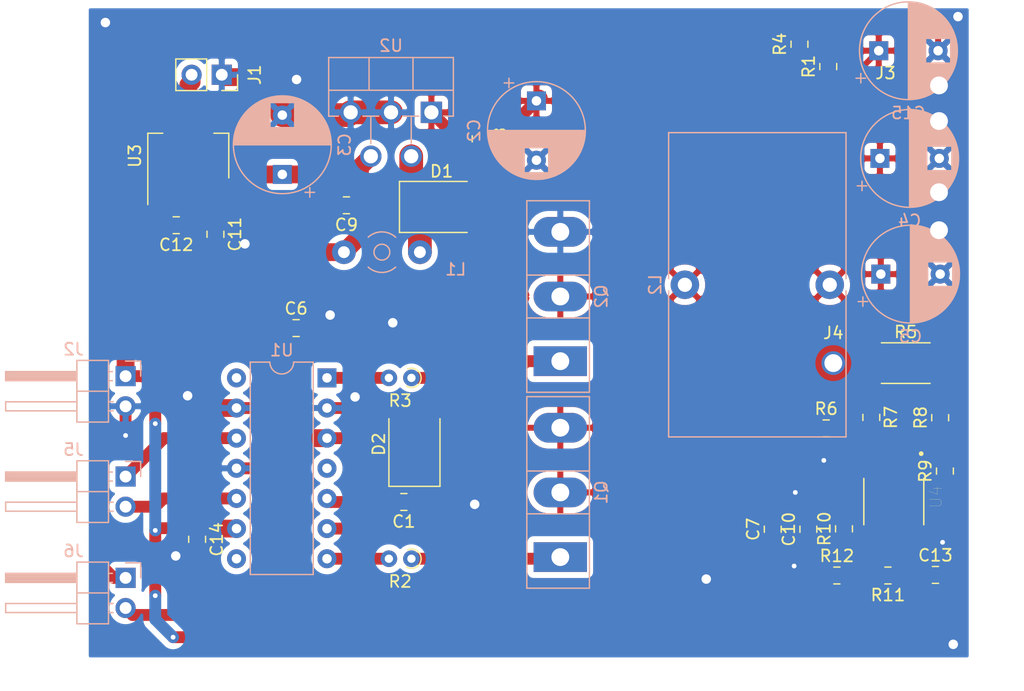
<source format=kicad_pcb>
(kicad_pcb (version 20171130) (host pcbnew "(5.1.6)-1")
  (layers (0 F.Cu signal) (31 B.Cu signal) (34 B.Paste user hide) (35 F.Paste user) (36 B.SilkS user) (37 F.SilkS user hide) (38 B.Mask user) (39 F.Mask user) (44 Edge.Cuts user))
  (net 0 "")
  (net 1 "Net-(C1-Pad2)")
  (net 2 "Net-(C1-Pad1)")
  (net 3 GND)
  (net 4 +36V)
  (net 5 +12V)
  (net 6 +5V)
  (net 7 "Net-(D1-Pad1)")
  (net 8 "Net-(Q1-Pad1)")
  (net 9 "Net-(Q2-Pad1)")
  (net 10 "Net-(R2-Pad2)")
  (net 11 "Net-(R3-Pad2)")
  (net 12 "Net-(U1-Pad14)")
  (net 13 "Net-(U1-Pad4)")
  (net 14 "Net-(U1-Pad8)")
  (net 15 IN+2)
  (net 16 "Net-(J4-Pad1)")
  (net 17 voltage)
  (net 18 "Net-(R6-Pad2)")
  (net 19 "Net-(R8-Pad1)")
  (net 20 out1)
  (net 21 IN-2)
  (net 22 out2)
  (net 23 LIN)
  (net 24 HIN)
  (net 25 "Net-(C15-Pad1)")
  (module Capacitor_SMD:C_0805_2012Metric (layer F.Cu) (at 110.2 74.75)
    (fp_text reference C13 (at 0 -1.65) (layer F.SilkS))
    (fp_text value 100n)
    (pad 2 smd roundrect (at 0.9375 0) (size 0.975 1.4) (layers F.Cu F.Paste F.Mask) (net 3 GND))
    (pad 1 smd roundrect (at -0.9375 0) (size 0.975 1.4) (layers F.Cu F.Paste F.Mask) (net 6 +5V))
  )
  (module Connector_PinHeader_2.54mm:PinHeader_1x02_P2.54mm_Horizontal (layer B.Cu) (at 42 75 180)
    (fp_text reference J6 (at 4.385 2.27) (layer B.SilkS) (effects (justify mirror)))
    (fp_text value "FB sig")
    (pad 2 thru_hole oval (at 0 -2.54 180) (size 1.7 1.7) (drill 1) (layers *.Cu *.Mask) (net 22 out2))
    (pad 1 thru_hole rect (at 0 0 180) (size 1.7 1.7) (drill 1) (layers *.Cu *.Mask) (net 17 voltage))
  )
  (module Connector_PinHeader_2.54mm:PinHeader_1x02_P2.54mm_Horizontal (layer B.Cu) (at 42 66.46 180)
    (fp_text reference J5 (at 4.385 2.27) (layer B.SilkS) (effects (justify mirror)))
    (fp_text value Signal)
    (pad 2 thru_hole oval (at 0 -2.54 180) (size 1.7 1.7) (drill 1) (layers *.Cu *.Mask) (net 24 HIN))
    (pad 1 thru_hole rect (at 0 0 180) (size 1.7 1.7) (drill 1) (layers *.Cu *.Mask) (net 23 LIN))
  )
  (module Connector_PinHeader_2.54mm:PinHeader_1x02_P2.54mm_Horizontal (layer B.Cu) (at 42 58 180)
    (fp_text reference J2 (at 4.385 2.27) (layer B.SilkS) (effects (justify mirror)))
    (fp_text value "UC power")
    (pad 2 thru_hole oval (at 0 -2.54 180) (size 1.7 1.7) (drill 1) (layers *.Cu *.Mask) (net 3 GND))
    (pad 1 thru_hole rect (at 0 0 180) (size 1.7 1.7) (drill 1) (layers *.Cu *.Mask) (net 6 +5V))
  )
  (module Inductor_THT:L_Toroid_Vertical_L25.4mm_W14.7mm_P12.20mm_Vishay_TJ5 (layer B.Cu) (at 89.1 50.3 270)
    (fp_text reference L2 (at 0 2.5 90) (layer B.SilkS) (effects (justify mirror)))
    (fp_text value 47m)
    (pad 2 thru_hole circle (at 0 -12.2 270) (size 2.4 2.4) (drill 1.2) (layers *.Cu *.Mask) (net 25 "Net-(C15-Pad1)"))
    (pad 1 thru_hole circle (at 0 0 270) (size 2.4 2.4) (drill 1.2) (layers *.Cu *.Mask) (net 1 "Net-(C1-Pad2)"))
  )
  (module Resistor_THT:R_Axial_DIN0204_L3.6mm_D1.6mm_P1.90mm_Vertical (layer F.Cu) (at 66.073 73.386 180)
    (fp_text reference R2 (at 0.95 -1.92) (layer F.SilkS))
    (fp_text value 5)
    (pad 2 thru_hole oval (at 1.9 0 180) (size 1.4 1.4) (drill 0.7) (layers *.Cu *.Mask) (net 10 "Net-(R2-Pad2)"))
    (pad 1 thru_hole circle (at 0 0 180) (size 1.4 1.4) (drill 0.7) (layers *.Cu *.Mask) (net 8 "Net-(Q1-Pad1)"))
  )
  (module Capacitor_THT:CP_Radial_D8.0mm_P5.00mm (layer B.Cu) (at 105.425 30.575)
    (fp_text reference C15 (at 2.5 5.25) (layer B.SilkS) (effects (justify mirror)))
    (fp_text value CP)
    (pad 2 thru_hole circle (at 5 0) (size 1.6 1.6) (drill 0.8) (layers *.Cu *.Mask) (net 3 GND))
    (pad 1 thru_hole rect (at 0 0) (size 1.6 1.6) (drill 0.8) (layers *.Cu *.Mask) (net 25 "Net-(C15-Pad1)"))
  )
  (module LM358:SOIC127P599X175-8N (layer F.Cu) (at 106.695 68.57 270)
    (fp_text reference U4 (at -0.385 -3.537 90) (layer F.SilkS) (effects (font (thickness 0.015))))
    (fp_text value LM358DRG4)
    (pad 1 smd rect (at -2.47 -1.905 270) (size 1.97 0.6) (layers F.Cu F.Paste F.Mask) (net 20 out1))
    (pad 2 smd rect (at -2.47 -0.635 270) (size 1.97 0.6) (layers F.Cu F.Paste F.Mask) (net 19 "Net-(R8-Pad1)"))
    (pad 3 smd rect (at -2.47 0.635 270) (size 1.97 0.6) (layers F.Cu F.Paste F.Mask) (net 18 "Net-(R6-Pad2)"))
    (pad 4 smd rect (at -2.47 1.905 270) (size 1.97 0.6) (layers F.Cu F.Paste F.Mask) (net 3 GND))
    (pad 5 smd rect (at 2.47 1.905 270) (size 1.97 0.6) (layers F.Cu F.Paste F.Mask) (net 15 IN+2))
    (pad 6 smd rect (at 2.47 0.635 270) (size 1.97 0.6) (layers F.Cu F.Paste F.Mask) (net 21 IN-2))
    (pad 7 smd rect (at 2.47 -0.635 270) (size 1.97 0.6) (layers F.Cu F.Paste F.Mask) (net 22 out2))
    (pad 8 smd rect (at 2.47 -1.905 270) (size 1.97 0.6) (layers F.Cu F.Paste F.Mask) (net 6 +5V))
  )
  (module Resistor_SMD:R_0805_2012Metric (layer F.Cu) (at 101.9 74.8)
    (fp_text reference R12 (at 0 -1.65) (layer F.SilkS))
    (fp_text value 1k)
    (pad 2 smd roundrect (at 0.9375 0) (size 0.975 1.4) (layers F.Cu F.Paste F.Mask) (net 21 IN-2))
    (pad 1 smd roundrect (at -0.9375 0) (size 0.975 1.4) (layers F.Cu F.Paste F.Mask) (net 3 GND))
  )
  (module Resistor_SMD:R_0805_2012Metric (layer F.Cu) (at 106.2 74.8 180)
    (fp_text reference R11 (at 0 -1.65) (layer F.SilkS))
    (fp_text value 10k)
    (pad 2 smd roundrect (at 0.9375 0 180) (size 0.975 1.4) (layers F.Cu F.Paste F.Mask) (net 21 IN-2))
    (pad 1 smd roundrect (at -0.9375 0 180) (size 0.975 1.4) (layers F.Cu F.Paste F.Mask) (net 22 out2))
  )
  (module Resistor_SMD:R_0805_2012Metric (layer F.Cu) (at 102.5 70.8625 90)
    (fp_text reference R10 (at 0 -1.65 90) (layer F.SilkS))
    (fp_text value 1k)
    (pad 2 smd roundrect (at 0.9375 0 90) (size 0.975 1.4) (layers F.Cu F.Paste F.Mask) (net 20 out1))
    (pad 1 smd roundrect (at -0.9375 0 90) (size 0.975 1.4) (layers F.Cu F.Paste F.Mask) (net 15 IN+2))
  )
  (module Resistor_SMD:R_0805_2012Metric (layer F.Cu) (at 111 66 90)
    (fp_text reference R9 (at 0 -1.65 90) (layer F.SilkS))
    (fp_text value 10k)
    (pad 2 smd roundrect (at 0.9375 0 90) (size 0.975 1.4) (layers F.Cu F.Paste F.Mask) (net 19 "Net-(R8-Pad1)"))
    (pad 1 smd roundrect (at -0.9375 0 90) (size 0.975 1.4) (layers F.Cu F.Paste F.Mask) (net 20 out1))
  )
  (module Resistor_SMD:R_0805_2012Metric (layer F.Cu) (at 110.6 61.5 90)
    (fp_text reference R8 (at 0 -1.65 90) (layer F.SilkS))
    (fp_text value 1k)
    (pad 2 smd roundrect (at 0.9375 0 90) (size 0.975 1.4) (layers F.Cu F.Paste F.Mask) (net 3 GND))
    (pad 1 smd roundrect (at -0.9375 0 90) (size 0.975 1.4) (layers F.Cu F.Paste F.Mask) (net 19 "Net-(R8-Pad1)"))
  )
  (module Resistor_SMD:R_0805_2012Metric (layer F.Cu) (at 104.8 61.475 270)
    (fp_text reference R7 (at 0 -1.65 90) (layer F.SilkS))
    (fp_text value 1k)
    (pad 2 smd roundrect (at 0.9375 0 270) (size 0.975 1.4) (layers F.Cu F.Paste F.Mask) (net 18 "Net-(R6-Pad2)"))
    (pad 1 smd roundrect (at -0.9375 0 270) (size 0.975 1.4) (layers F.Cu F.Paste F.Mask) (net 16 "Net-(J4-Pad1)"))
  )
  (module Resistor_SMD:R_0805_2012Metric (layer F.Cu) (at 101 62.4)
    (fp_text reference R6 (at 0 -1.65) (layer F.SilkS))
    (fp_text value 10k)
    (pad 2 smd roundrect (at 0.9375 0) (size 0.975 1.4) (layers F.Cu F.Paste F.Mask) (net 18 "Net-(R6-Pad2)"))
    (pad 1 smd roundrect (at -0.9375 0) (size 0.975 1.4) (layers F.Cu F.Paste F.Mask) (net 3 GND))
  )
  (module Resistor_SMD:R_2512_6332Metric (layer F.Cu) (at 107.7 56.9)
    (fp_text reference R5 (at 0 -2.62) (layer F.SilkS))
    (fp_text value R005)
    (pad 2 smd roundrect (at 2.9 0) (size 1.35 3.35) (layers F.Cu F.Paste F.Mask) (roundrect_rratio 0.185185) (net 3 GND))
    (pad 1 smd roundrect (at -2.9 0) (size 1.35 3.35) (layers F.Cu F.Paste F.Mask) (roundrect_rratio 0.185185) (net 16 "Net-(J4-Pad1)"))
  )
  (module Resistor_SMD:R_0805_2012Metric (layer F.Cu) (at 98.75 30.025 90)
    (fp_text reference R4 (at 0 -1.65 90) (layer F.SilkS))
    (fp_text value 1k)
    (pad 2 smd roundrect (at 0.9375 0 90) (size 0.975 1.4) (layers F.Cu F.Paste F.Mask) (net 3 GND))
    (pad 1 smd roundrect (at -0.9375 0 90) (size 0.975 1.4) (layers F.Cu F.Paste F.Mask) (net 17 voltage))
  )
  (module Resistor_SMD:R_0805_2012Metric (layer F.Cu) (at 101.175 31.9125 90)
    (fp_text reference R1 (at 0 -1.65 90) (layer F.SilkS))
    (fp_text value 10k)
    (pad 2 smd roundrect (at 0.9375 0 90) (size 0.975 1.4) (layers F.Cu F.Paste F.Mask) (net 17 voltage))
    (pad 1 smd roundrect (at -0.9375 0 90) (size 0.975 1.4) (layers F.Cu F.Paste F.Mask) (net 25 "Net-(C15-Pad1)"))
  )
  (module Connector_Wire:SolderWirePad_1x01_SMD_1x2mm (layer F.Cu) (at 101.6 56.9)
    (fp_text reference J4 (at 0 -2.54) (layer F.SilkS))
    (fp_text value -ve_out)
    (pad 1 smd roundrect (at 0 0) (size 1 2) (layers F.Cu F.Paste F.Mask) (net 16 "Net-(J4-Pad1)"))
  )
  (module Connector_Wire:SolderWirePad_1x01_SMD_1x2mm (layer F.Cu) (at 106 35)
    (fp_text reference J3 (at 0 -2.54) (layer F.SilkS))
    (fp_text value +ve_out)
    (pad 1 smd roundrect (at 0 0) (size 1 2) (layers F.Cu F.Paste F.Mask) (net 25 "Net-(C15-Pad1)"))
  )
  (module Capacitor_SMD:C_0805_2012Metric (layer F.Cu) (at 48.025 71.75 270)
    (fp_text reference C14 (at 0 -1.65 90) (layer F.SilkS))
    (fp_text value 100n)
    (pad 2 smd roundrect (at 0.9375 0 270) (size 0.975 1.4) (layers F.Cu F.Paste F.Mask) (net 3 GND))
    (pad 1 smd roundrect (at -0.9375 0 270) (size 0.975 1.4) (layers F.Cu F.Paste F.Mask) (net 6 +5V))
  )
  (module Capacitor_SMD:C_0805_2012Metric (layer F.Cu) (at 99.5 70.9 90)
    (fp_text reference C10 (at 0 -1.65 90) (layer F.SilkS))
    (fp_text value 220n)
    (pad 2 smd roundrect (at 0.9375 0 90) (size 0.975 1.4) (layers F.Cu F.Paste F.Mask) (net 3 GND))
    (pad 1 smd roundrect (at -0.9375 0 90) (size 0.975 1.4) (layers F.Cu F.Paste F.Mask) (net 15 IN+2))
  )
  (module Capacitor_SMD:C_0805_2012Metric (layer F.Cu) (at 96.5 70.9 90)
    (fp_text reference C7 (at 0 -1.65 90) (layer F.SilkS))
    (fp_text value 220n)
    (pad 2 smd roundrect (at 0.9375 0 90) (size 0.975 1.4) (layers F.Cu F.Paste F.Mask) (net 3 GND))
    (pad 1 smd roundrect (at -0.9375 0 90) (size 0.975 1.4) (layers F.Cu F.Paste F.Mask) (net 15 IN+2))
  )
  (module Capacitor_SMD:C_0805_2012Metric (layer F.Cu) (at 56.3625 53.95)
    (fp_text reference C6 (at 0 -1.65) (layer F.SilkS))
    (fp_text value 100n)
    (pad 2 smd roundrect (at 0.9375 0) (size 0.975 1.4) (layers F.Cu F.Paste F.Mask) (net 3 GND))
    (pad 1 smd roundrect (at -0.9375 0) (size 0.975 1.4) (layers F.Cu F.Paste F.Mask) (net 5 +12V))
  )
  (module Capacitor_THT:CP_Radial_D8.0mm_P5.00mm (layer B.Cu) (at 105.6 49.4)
    (fp_text reference C5 (at 2.5 5.25) (layer B.SilkS) (effects (justify mirror)))
    (fp_text value CP)
    (pad 2 thru_hole circle (at 5 0) (size 1.6 1.6) (drill 0.8) (layers *.Cu *.Mask) (net 3 GND))
    (pad 1 thru_hole rect (at 0 0) (size 1.6 1.6) (drill 0.8) (layers *.Cu *.Mask) (net 25 "Net-(C15-Pad1)"))
  )
  (module Capacitor_THT:CP_Radial_D8.0mm_P5.00mm (layer B.Cu) (at 105.525 39.65)
    (fp_text reference C4 (at 2.5 5.25 180) (layer B.SilkS) (effects (justify mirror)))
    (fp_text value CP)
    (pad 2 thru_hole circle (at 5 0) (size 1.6 1.6) (drill 0.8) (layers *.Cu *.Mask) (net 3 GND))
    (pad 1 thru_hole rect (at 0 0) (size 1.6 1.6) (drill 0.8) (layers *.Cu *.Mask) (net 25 "Net-(C15-Pad1)"))
  )
  (module Inductor_THT:L_Toroid_Horizontal_D3.2mm_P6.40mm_Diameter3-5mm_Amidon-T12 (layer B.Cu) (at 66.786 47.55 180)
    (fp_text reference L1 (at -3.014 -1.45 180) (layer B.SilkS) (effects (justify mirror)))
    (fp_text value 47m)
    (pad 2 thru_hole circle (at 6.4 0 180) (size 2 2) (drill 1) (layers *.Cu *.Mask) (net 5 +12V))
    (pad 1 thru_hole circle (at 0 0 180) (size 2 2) (drill 1) (layers *.Cu *.Mask) (net 7 "Net-(D1-Pad1)"))
  )
  (module Package_TO_SOT_THT:TO-220F-5_P3.4x3.7mm_StaggerEven_Lead3.5mm_Vertical (layer B.Cu) (at 67.754 35.768 180)
    (fp_text reference U2 (at 3.4 5.62) (layer B.SilkS) (effects (justify mirror)))
    (fp_text value LM2575T-12)
    (pad 5 thru_hole oval (at 6.8 0 180) (size 1.8 1.8) (drill 1.2) (layers *.Cu *.Mask) (net 3 GND))
    (pad 4 thru_hole oval (at 5.1 -3.7 180) (size 1.8 1.8) (drill 1.2) (layers *.Cu *.Mask) (net 5 +12V))
    (pad 3 thru_hole oval (at 3.4 0 180) (size 1.8 1.8) (drill 1.2) (layers *.Cu *.Mask) (net 3 GND))
    (pad 2 thru_hole oval (at 1.7 -3.7 180) (size 1.8 1.8) (drill 1.2) (layers *.Cu *.Mask) (net 7 "Net-(D1-Pad1)"))
    (pad 1 thru_hole rect (at 0 0 180) (size 1.8 1.8) (drill 1.2) (layers *.Cu *.Mask) (net 4 +36V))
  )
  (module Capacitor_THT:CP_Radial_D8.0mm_P5.00mm (layer B.Cu) (at 55.2 41 90)
    (fp_text reference C3 (at 2.5 5.25 270) (layer B.SilkS) (effects (justify mirror)))
    (fp_text value CP)
    (pad 2 thru_hole circle (at 5 0 90) (size 1.6 1.6) (drill 0.8) (layers *.Cu *.Mask) (net 3 GND))
    (pad 1 thru_hole rect (at 0 0 90) (size 1.6 1.6) (drill 0.8) (layers *.Cu *.Mask) (net 5 +12V))
  )
  (module Capacitor_THT:CP_Radial_D8.0mm_P5.00mm (layer B.Cu) (at 76.6 34.8 270)
    (fp_text reference C2 (at 2.5 5.25 270) (layer B.SilkS) (effects (justify mirror)))
    (fp_text value CP)
    (pad 2 thru_hole circle (at 5 0 270) (size 1.6 1.6) (drill 0.8) (layers *.Cu *.Mask) (net 3 GND))
    (pad 1 thru_hole rect (at 0 0 270) (size 1.6 1.6) (drill 0.8) (layers *.Cu *.Mask) (net 4 +36V))
  )
  (module Resistor_THT:R_Axial_DIN0204_L3.6mm_D1.6mm_P1.90mm_Vertical (layer F.Cu) (at 66.073 58.146 180)
    (fp_text reference R3 (at 0.95 -1.92) (layer F.SilkS))
    (fp_text value 5)
    (pad 2 thru_hole oval (at 1.9 0 180) (size 1.4 1.4) (drill 0.7) (layers *.Cu *.Mask) (net 11 "Net-(R3-Pad2)"))
    (pad 1 thru_hole circle (at 0 0 180) (size 1.4 1.4) (drill 0.7) (layers *.Cu *.Mask) (net 9 "Net-(Q2-Pad1)"))
  )
  (module Connector_PinSocket_2.54mm:PinSocket_1x02_P2.54mm_Vertical (layer F.Cu) (at 50.1 32.6 270)
    (fp_text reference J1 (at 0 -2.77 90) (layer F.SilkS))
    (fp_text value 5V)
    (pad 2 thru_hole oval (at 0 2.54 270) (size 1.7 1.7) (drill 1) (layers *.Cu *.Mask) (net 6 +5V))
    (pad 1 thru_hole rect (at 0 0 270) (size 1.7 1.7) (drill 1) (layers *.Cu *.Mask) (net 3 GND))
  )
  (module Package_TO_SOT_THT:TO-247-3_Vertical (layer B.Cu) (at 78.61 73.248 90)
    (fp_text reference Q1 (at 5.45 3.45 90) (layer B.SilkS) (effects (justify mirror)))
    (fp_text value IRFP240)
    (pad 3 thru_hole oval (at 10.9 0 90) (size 2.5 4.5) (drill 1.5) (layers *.Cu *.Mask) (net 1 "Net-(C1-Pad2)"))
    (pad 2 thru_hole oval (at 5.45 0 90) (size 2.5 4.5) (drill 1.5) (layers *.Cu *.Mask) (net 4 +36V))
    (pad 1 thru_hole rect (at 0 0 90) (size 2.5 4.5) (drill 1.5) (layers *.Cu *.Mask) (net 8 "Net-(Q1-Pad1)"))
  )
  (module Package_TO_SOT_SMD:SOT-223-3_TabPin2 (layer F.Cu) (at 47.282 39.438 90)
    (fp_text reference U3 (at 0 -4.5 90) (layer F.SilkS))
    (fp_text value AMS1117-5.0)
    (pad 1 smd rect (at -3.15 -2.3 90) (size 2 1.5) (layers F.Cu F.Paste F.Mask) (net 3 GND))
    (pad 3 smd rect (at -3.15 2.3 90) (size 2 1.5) (layers F.Cu F.Paste F.Mask) (net 5 +12V))
    (pad 2 smd rect (at -3.15 0 90) (size 2 1.5) (layers F.Cu F.Paste F.Mask) (net 6 +5V))
    (pad 2 smd rect (at 3.15 0 90) (size 2 3.8) (layers F.Cu F.Paste F.Mask) (net 6 +5V))
  )
  (module Package_DIP:DIP-14_W7.62mm (layer B.Cu) (at 58.961 58.146 180)
    (fp_text reference U1 (at 3.81 2.33) (layer B.SilkS) (effects (justify mirror)))
    (fp_text value IR2110)
    (pad 14 thru_hole oval (at 7.62 0 180) (size 1.6 1.6) (drill 0.8) (layers *.Cu *.Mask) (net 12 "Net-(U1-Pad14)"))
    (pad 7 thru_hole oval (at 0 -15.24 180) (size 1.6 1.6) (drill 0.8) (layers *.Cu *.Mask) (net 10 "Net-(R2-Pad2)"))
    (pad 13 thru_hole oval (at 7.62 -2.54 180) (size 1.6 1.6) (drill 0.8) (layers *.Cu *.Mask) (net 3 GND))
    (pad 6 thru_hole oval (at 0 -12.7 180) (size 1.6 1.6) (drill 0.8) (layers *.Cu *.Mask) (net 2 "Net-(C1-Pad1)"))
    (pad 12 thru_hole oval (at 7.62 -5.08 180) (size 1.6 1.6) (drill 0.8) (layers *.Cu *.Mask) (net 23 LIN))
    (pad 5 thru_hole oval (at 0 -10.16 180) (size 1.6 1.6) (drill 0.8) (layers *.Cu *.Mask) (net 1 "Net-(C1-Pad2)"))
    (pad 11 thru_hole oval (at 7.62 -7.62 180) (size 1.6 1.6) (drill 0.8) (layers *.Cu *.Mask) (net 3 GND))
    (pad 4 thru_hole oval (at 0 -7.62 180) (size 1.6 1.6) (drill 0.8) (layers *.Cu *.Mask) (net 13 "Net-(U1-Pad4)"))
    (pad 10 thru_hole oval (at 7.62 -10.16 180) (size 1.6 1.6) (drill 0.8) (layers *.Cu *.Mask) (net 24 HIN))
    (pad 3 thru_hole oval (at 0 -5.08 180) (size 1.6 1.6) (drill 0.8) (layers *.Cu *.Mask) (net 5 +12V))
    (pad 9 thru_hole oval (at 7.62 -12.7 180) (size 1.6 1.6) (drill 0.8) (layers *.Cu *.Mask) (net 6 +5V))
    (pad 2 thru_hole oval (at 0 -2.54 180) (size 1.6 1.6) (drill 0.8) (layers *.Cu *.Mask) (net 3 GND))
    (pad 8 thru_hole oval (at 7.62 -15.24 180) (size 1.6 1.6) (drill 0.8) (layers *.Cu *.Mask) (net 14 "Net-(U1-Pad8)"))
    (pad 1 thru_hole rect (at 0 0 180) (size 1.6 1.6) (drill 0.8) (layers *.Cu *.Mask) (net 11 "Net-(R3-Pad2)"))
  )
  (module Package_TO_SOT_THT:TO-247-3_Vertical (layer B.Cu) (at 78.61 56.738 90)
    (fp_text reference Q2 (at 5.45 3.45 270) (layer B.SilkS) (effects (justify mirror)))
    (fp_text value IRFP240)
    (pad 1 thru_hole rect (at 0 0 90) (size 2.5 4.5) (drill 1.5) (layers *.Cu *.Mask) (net 9 "Net-(Q2-Pad1)"))
    (pad 2 thru_hole oval (at 5.45 0 90) (size 2.5 4.5) (drill 1.5) (layers *.Cu *.Mask) (net 1 "Net-(C1-Pad2)"))
    (pad 3 thru_hole oval (at 10.9 0 90) (size 2.5 4.5) (drill 1.5) (layers *.Cu *.Mask) (net 3 GND))
  )
  (module Diode_SMD:D_SMB (layer F.Cu) (at 66.327 63.734 90)
    (fp_text reference D2 (at 0 -3 90) (layer F.SilkS))
    (fp_text value sch)
    (pad 2 smd rect (at 2.15 0 90) (size 2.5 2.3) (layers F.Cu F.Paste F.Mask) (net 5 +12V))
    (pad 1 smd rect (at -2.15 0 90) (size 2.5 2.3) (layers F.Cu F.Paste F.Mask) (net 2 "Net-(C1-Pad1)"))
  )
  (module Diode_SMD:D_SMB (layer F.Cu) (at 68.614269 43.74)
    (fp_text reference D1 (at 0 -3) (layer F.SilkS))
    (fp_text value FR2M)
    (pad 2 smd rect (at 2.15 0) (size 2.5 2.3) (layers F.Cu F.Paste F.Mask) (net 3 GND))
    (pad 1 smd rect (at -2.15 0) (size 2.5 2.3) (layers F.Cu F.Paste F.Mask) (net 7 "Net-(D1-Pad1)"))
  )
  (module Capacitor_SMD:C_0805_2012Metric (layer F.Cu) (at 46.266 45.28 180)
    (fp_text reference C12 (at 0 -1.65) (layer F.SilkS))
    (fp_text value 10u)
    (pad 2 smd roundrect (at 0.9375 0 180) (size 0.975 1.4) (layers F.Cu F.Paste F.Mask) (net 3 GND))
    (pad 1 smd roundrect (at -0.9375 0 180) (size 0.975 1.4) (layers F.Cu F.Paste F.Mask) (net 6 +5V))
  )
  (module Capacitor_SMD:C_0805_2012Metric (layer F.Cu) (at 49.568 46.042 270)
    (fp_text reference C11 (at 0 -1.65 90) (layer F.SilkS))
    (fp_text value 100n)
    (pad 2 smd roundrect (at 0.9375 0 270) (size 0.975 1.4) (layers F.Cu F.Paste F.Mask) (net 3 GND))
    (pad 1 smd roundrect (at -0.9375 0 270) (size 0.975 1.4) (layers F.Cu F.Paste F.Mask) (net 5 +12V))
  )
  (module Capacitor_SMD:C_0805_2012Metric (layer F.Cu) (at 60.6 43.6 180)
    (fp_text reference C9 (at 0 -1.65) (layer F.SilkS))
    (fp_text value 47u)
    (pad 2 smd roundrect (at 0.9375 0 180) (size 0.975 1.4) (layers F.Cu F.Paste F.Mask) (net 3 GND))
    (pad 1 smd roundrect (at -0.9375 0 180) (size 0.975 1.4) (layers F.Cu F.Paste F.Mask) (net 5 +12V))
  )
  (module Capacitor_SMD:C_0805_2012Metric (layer F.Cu) (at 71.9 38 270)
    (fp_text reference C8 (at 0 -1.65 90) (layer F.SilkS))
    (fp_text value 100n)
    (pad 2 smd roundrect (at 0.9375 0 270) (size 0.975 1.4) (layers F.Cu F.Paste F.Mask) (net 3 GND))
    (pad 1 smd roundrect (at -0.9375 0 270) (size 0.975 1.4) (layers F.Cu F.Paste F.Mask) (net 4 +36V))
  )
  (module Capacitor_SMD:C_0805_2012Metric (layer F.Cu) (at 65.434346 68.604557 180)
    (fp_text reference C1 (at 0 -1.65) (layer F.SilkS))
    (fp_text value 47u)
    (pad 2 smd roundrect (at 0.9375 0 180) (size 0.975 1.4) (layers F.Cu F.Paste F.Mask) (net 1 "Net-(C1-Pad2)"))
    (pad 1 smd roundrect (at -0.9375 0 180) (size 0.975 1.4) (layers F.Cu F.Paste F.Mask) (net 2 "Net-(C1-Pad1)"))
  )
  (segment (start 59.259557 68.604557) (end 58.961 68.306) (width 1) (layer F.Cu) (net 1))
  (segment (start 64.496846 68.604557) (end 61.970443 68.604557) (width 1) (layer F.Cu) (net 1))
  (segment (start 61.970443 68.604557) (end 59.259557 68.604557) (width 1) (layer F.Cu) (net 1))
  (segment (start 75.652 62.348) (end 78.61 62.348) (width 0.5) (layer F.Cu) (net 1))
  (segment (start 61.970443 65.004557) (end 63.225 63.75) (width 0.5) (layer F.Cu) (net 1))
  (segment (start 74.25 63.75) (end 75.652 62.348) (width 0.5) (layer F.Cu) (net 1))
  (segment (start 63.225 63.75) (end 74.25 63.75) (width 0.5) (layer F.Cu) (net 1))
  (segment (start 61.970443 68.604557) (end 61.970443 65.004557) (width 0.5) (layer F.Cu) (net 1))
  (segment (start 66.327 68.559711) (end 66.371846 68.604557) (width 1) (layer F.Cu) (net 2))
  (segment (start 66.327 65.884) (end 66.327 68.559711) (width 1) (layer F.Cu) (net 2))
  (segment (start 58.961 70.846) (end 65.729 70.846) (width 1) (layer F.Cu) (net 2))
  (segment (start 66.371846 70.203154) (end 66.371846 68.604557) (width 1) (layer F.Cu) (net 2))
  (segment (start 65.729 70.846) (end 66.371846 70.203154) (width 1) (layer F.Cu) (net 2))
  (segment (start 51.341 65.766) (end 52.809 65.766) (width 1) (layer F.Cu) (net 3))
  (segment (start 52.809 65.766) (end 53.597459 64.977541) (width 1) (layer F.Cu) (net 3))
  (segment (start 53.597459 64.977541) (end 53.597459 61.414157) (width 1) (layer F.Cu) (net 3))
  (segment (start 52.869302 60.686) (end 51.341 60.686) (width 1) (layer F.Cu) (net 3))
  (segment (start 53.597459 61.414157) (end 52.869302 60.686) (width 1) (layer F.Cu) (net 3))
  (segment (start 58.961 60.686) (end 60.389 60.686) (width 1) (layer F.Cu) (net 3))
  (segment (start 60.389 60.686) (end 61.325 59.75) (width 1) (layer F.Cu) (net 3))
  (segment (start 49.568 46.9795) (end 51.9205 46.9795) (width 1.5) (layer F.Cu) (net 3))
  (segment (start 51.9205 46.9795) (end 52.05 46.85) (width 1.5) (layer F.Cu) (net 3))
  (segment (start 58.125 53.95) (end 59.225 52.85) (width 1.5) (layer F.Cu) (net 3))
  (segment (start 44.982 44.9335) (end 45.3285 45.28) (width 1.5) (layer F.Cu) (net 3))
  (segment (start 44.982 42.588) (end 44.982 44.9335) (width 1.5) (layer F.Cu) (net 3))
  (segment (start 48.225 72.75) (end 46.625 72.75) (width 1.5) (layer F.Cu) (net 3))
  (segment (start 46.625 72.75) (end 46.225 73.15) (width 1.5) (layer F.Cu) (net 3))
  (segment (start 64.354 35.768) (end 60.954 35.768) (width 2) (layer F.Cu) (net 3))
  (segment (start 51.341 60.686) (end 48.261 60.686) (width 1.5) (layer F.Cu) (net 3))
  (segment (start 48.261 60.686) (end 47.225 59.65) (width 1.5) (layer F.Cu) (net 3))
  (segment (start 76.6 39.8) (end 76.3385 39.8) (width 1) (layer F.Cu) (net 3))
  (segment (start 55.3 43.6) (end 51.9205 46.9795) (width 1) (layer F.Cu) (net 3))
  (segment (start 59.6625 43.6) (end 55.3 43.6) (width 1) (layer F.Cu) (net 3))
  (segment (start 60.722 36) (end 60.954 35.768) (width 2) (layer F.Cu) (net 3))
  (segment (start 55.2 36) (end 60.722 36) (width 2) (layer F.Cu) (net 3))
  (segment (start 45.3285 45.28) (end 45.3285 46.9285) (width 1.5) (layer F.Cu) (net 3))
  (segment (start 45.865027 47.465027) (end 49.082473 47.465027) (width 1.5) (layer F.Cu) (net 3))
  (segment (start 49.082473 47.465027) (end 49.568 46.9795) (width 1.5) (layer F.Cu) (net 3))
  (segment (start 45.3285 46.9285) (end 45.865027 47.465027) (width 1.5) (layer F.Cu) (net 3))
  (segment (start 55.2 36) (end 55.2 34.2) (width 1) (layer F.Cu) (net 3))
  (segment (start 55.2 34.2) (end 56.4 33) (width 1) (layer F.Cu) (net 3))
  (segment (start 61.325 59.75) (end 61.325 59.75) (width 1) (layer F.Cu) (net 3))
  (via (at 61.325 59.75) (size 1) (drill 0.8) (layers F.Cu B.Cu) (net 3))
  (segment (start 59.225 52.85) (end 59.225 52.85) (width 1.5) (layer F.Cu) (net 3))
  (via (at 59.225 52.85) (size 1) (drill 0.8) (layers F.Cu B.Cu) (net 3))
  (segment (start 47.225 59.65) (end 47.225 59.65) (width 1.5) (layer F.Cu) (net 3))
  (via (at 47.225 59.65) (size 1) (drill 0.8) (layers F.Cu B.Cu) (net 3))
  (segment (start 46.225 73.15) (end 46.225 73.15) (width 1.5) (layer F.Cu) (net 3))
  (via (at 46.225 73.15) (size 1) (drill 0.8) (layers F.Cu B.Cu) (net 3))
  (segment (start 52.05 46.85) (end 52.1 46.8) (width 1.5) (layer F.Cu) (net 3))
  (via (at 52.05 46.85) (size 1) (drill 0.8) (layers F.Cu B.Cu) (net 3))
  (segment (start 56.4 33) (end 56.4 33) (width 1) (layer F.Cu) (net 3))
  (via (at 56.4 33) (size 1) (drill 0.8) (layers F.Cu B.Cu) (net 3))
  (segment (start 110.6 60.5625) (end 110.6 56.9) (width 0.5) (layer F.Cu) (net 3))
  (segment (start 57.3 53.95) (end 58.125 53.95) (width 1) (layer F.Cu) (net 3))
  (segment (start 55.2 36) (end 52 32.8) (width 1.5) (layer F.Cu) (net 3))
  (segment (start 50.3 32.8) (end 50.1 32.6) (width 1.5) (layer F.Cu) (net 3))
  (segment (start 52 32.8) (end 50.3 32.8) (width 1.5) (layer F.Cu) (net 3))
  (via (at 111.7 80.6) (size 1) (drill 0.8) (layers F.Cu B.Cu) (net 3))
  (via (at 112.1 27.7) (size 1) (drill 0.8) (layers F.Cu B.Cu) (net 3))
  (via (at 40.3 28.2) (size 1) (drill 0.8) (layers F.Cu B.Cu) (net 3))
  (via (at 71.4 68.8) (size 1) (drill 0.8) (layers F.Cu B.Cu) (net 3))
  (via (at 90.9 75.1) (size 1) (drill 0.8) (layers F.Cu B.Cu) (net 3))
  (via (at 64.5 53.5) (size 1) (drill 0.8) (layers F.Cu B.Cu) (net 3))
  (via (at 110.5 36.5) (size 2) (drill 1.5) (layers F.Cu B.Cu) (net 3))
  (via (at 110.5 33.5) (size 2) (drill 1.5) (layers F.Cu B.Cu) (net 3))
  (via (at 110.5 42.5) (size 2) (drill 1.5) (layers F.Cu B.Cu) (net 3))
  (via (at 110.5 45.7) (size 2) (drill 1.5) (layers F.Cu B.Cu) (net 3))
  (segment (start 110.425 30.575) (end 110.425 28.925) (width 0.5) (layer F.Cu) (net 3))
  (segment (start 110.425 28.925) (end 109.5 28) (width 0.5) (layer F.Cu) (net 3))
  (segment (start 99.8375 28) (end 98.75 29.0875) (width 0.5) (layer F.Cu) (net 3))
  (segment (start 109.5 28) (end 99.8375 28) (width 0.5) (layer F.Cu) (net 3))
  (via (at 42 63) (size 0.8) (drill 0.4) (layers F.Cu B.Cu) (net 3))
  (segment (start 42 60.54) (end 42 63) (width 1) (layer F.Cu) (net 3))
  (segment (start 103.3625 66.1) (end 99.5 69.9625) (width 0.5) (layer F.Cu) (net 3))
  (segment (start 104.79 66.1) (end 103.3625 66.1) (width 0.5) (layer F.Cu) (net 3))
  (via (at 100.8 65.1) (size 0.8) (drill 0.4) (layers F.Cu B.Cu) (net 3))
  (segment (start 100.0625 62.4) (end 100.0625 64.3625) (width 0.5) (layer F.Cu) (net 3))
  (segment (start 100.0625 64.3625) (end 100.8 65.1) (width 0.5) (layer F.Cu) (net 3))
  (via (at 110.8 72) (size 0.8) (drill 0.4) (layers F.Cu B.Cu) (net 3))
  (segment (start 111.1375 74.75) (end 111.1375 72.3375) (width 0.5) (layer F.Cu) (net 3))
  (segment (start 111.1375 72.3375) (end 110.8 72) (width 0.5) (layer F.Cu) (net 3))
  (segment (start 97.9375 68.2625) (end 98.4 67.8) (width 0.5) (layer F.Cu) (net 3))
  (via (at 98.4 67.8) (size 0.8) (drill 0.4) (layers F.Cu B.Cu) (net 3))
  (segment (start 97.9375 69.9625) (end 97.9375 68.2625) (width 0.5) (layer F.Cu) (net 3))
  (segment (start 97.9375 69.9625) (end 96.5 69.9625) (width 0.5) (layer F.Cu) (net 3))
  (segment (start 99.5 69.9625) (end 97.9375 69.9625) (width 0.5) (layer F.Cu) (net 3))
  (via (at 98.3 74) (size 0.8) (drill 0.4) (layers F.Cu B.Cu) (net 3))
  (segment (start 100.9625 74.8) (end 99.1 74.8) (width 0.5) (layer F.Cu) (net 3))
  (segment (start 99.1 74.8) (end 98.3 74) (width 0.5) (layer F.Cu) (net 3))
  (segment (start 67.754 35.768) (end 67.91 35.768) (width 0.5) (layer F.Cu) (net 4))
  (segment (start 76.8 34.6) (end 76.6 34.8) (width 1.5) (layer F.Cu) (net 4))
  (segment (start 69.0485 37.0625) (end 67.754 35.768) (width 1) (layer F.Cu) (net 4))
  (segment (start 71.9 37.0625) (end 69.0485 37.0625) (width 1) (layer F.Cu) (net 4))
  (segment (start 74.3375 37.0625) (end 76.6 34.8) (width 1) (layer F.Cu) (net 4))
  (segment (start 71.9 37.0625) (end 74.3375 37.0625) (width 1) (layer F.Cu) (net 4))
  (segment (start 49.582 45.0905) (end 49.568 45.1045) (width 1) (layer F.Cu) (net 5))
  (segment (start 66.327 61.584) (end 64.491 61.584) (width 1) (layer F.Cu) (net 5))
  (segment (start 58.961 63.226) (end 60.349 63.226) (width 1) (layer F.Cu) (net 5))
  (segment (start 61.991 61.584) (end 64.491 61.584) (width 1) (layer F.Cu) (net 5))
  (segment (start 60.349 63.226) (end 61.991 61.584) (width 1) (layer F.Cu) (net 5))
  (segment (start 49.568 42.602) (end 49.582 42.588) (width 1.5) (layer F.Cu) (net 5))
  (segment (start 49.568 45.1045) (end 49.568 42.602) (width 1.5) (layer F.Cu) (net 5))
  (segment (start 61.122 41) (end 62.654 39.468) (width 1.5) (layer F.Cu) (net 5))
  (segment (start 55.2 41) (end 61.122 41) (width 1.5) (layer F.Cu) (net 5))
  (segment (start 51.17 41) (end 49.582 42.588) (width 1.5) (layer F.Cu) (net 5))
  (segment (start 55.2 41) (end 51.17 41) (width 1.5) (layer F.Cu) (net 5))
  (segment (start 61.736 46.2) (end 61.736 40.386) (width 1.5) (layer F.Cu) (net 5))
  (segment (start 60.386 47.55) (end 61.736 46.2) (width 1.5) (layer F.Cu) (net 5))
  (segment (start 58.961 63.226) (end 57.126 63.226) (width 1.5) (layer F.Cu) (net 5))
  (segment (start 55.425 61.525) (end 55.425 53.95) (width 1.5) (layer F.Cu) (net 5))
  (segment (start 57.126 63.226) (end 55.425 61.525) (width 1.5) (layer F.Cu) (net 5))
  (segment (start 55.425 53.95) (end 55.425 50.175) (width 1.5) (layer F.Cu) (net 5))
  (segment (start 58.05 47.55) (end 60.386 47.55) (width 1.5) (layer F.Cu) (net 5))
  (segment (start 55.425 50.175) (end 58.05 47.55) (width 1.5) (layer F.Cu) (net 5))
  (segment (start 47.282 45.2015) (end 47.2035 45.28) (width 1) (layer F.Cu) (net 6))
  (segment (start 47.56 36.01) (end 47.282 36.288) (width 1.5) (layer F.Cu) (net 6))
  (segment (start 47.2035 36.3665) (end 47.282 36.288) (width 1.5) (layer F.Cu) (net 6))
  (segment (start 47.282 36.288) (end 47.282 33.478) (width 1.5) (layer F.Cu) (net 6))
  (segment (start 47.2035 39.9965) (end 47.2035 36.3665) (width 1.5) (layer F.Cu) (net 6))
  (segment (start 47.2035 45.28) (end 47.2035 39.9965) (width 1.5) (layer F.Cu) (net 6))
  (segment (start 48.0585 70.846) (end 48.025 70.8125) (width 1.5) (layer F.Cu) (net 6))
  (segment (start 51.341 70.846) (end 48.0585 70.846) (width 1.5) (layer F.Cu) (net 6))
  (segment (start 47.56 33.2) (end 47.282 33.478) (width 1.5) (layer F.Cu) (net 6))
  (segment (start 47.56 32.6) (end 47.56 33.2) (width 1.5) (layer F.Cu) (net 6))
  (segment (start 109.2625 78.2375) (end 107.5 80) (width 1) (layer F.Cu) (net 6))
  (segment (start 109.2625 74.75) (end 109.2625 78.2375) (width 1) (layer F.Cu) (net 6))
  (segment (start 107.5 80) (end 46 80) (width 1) (layer F.Cu) (net 6))
  (via (at 44.5 71) (size 0.8) (drill 0.4) (layers F.Cu B.Cu) (net 6))
  (segment (start 48.025 70.8125) (end 44.6875 70.8125) (width 1) (layer F.Cu) (net 6))
  (segment (start 44.6875 70.8125) (end 44.5 71) (width 1) (layer F.Cu) (net 6))
  (segment (start 44.5 71) (end 44.5 62) (width 1) (layer B.Cu) (net 6))
  (segment (start 42 58) (end 43.5 58) (width 1) (layer F.Cu) (net 6))
  (via (at 44.5 62) (size 0.8) (drill 0.4) (layers F.Cu B.Cu) (net 6))
  (segment (start 43.5 58) (end 44.5 59) (width 1) (layer F.Cu) (net 6))
  (segment (start 44.5 59) (end 44.5 62) (width 1) (layer F.Cu) (net 6))
  (via (at 44.5 76.5) (size 0.8) (drill 0.4) (layers F.Cu B.Cu) (net 6))
  (segment (start 44.5 71) (end 44.5 76.5) (width 1) (layer F.Cu) (net 6))
  (via (at 46 80) (size 0.8) (drill 0.4) (layers F.Cu B.Cu) (net 6))
  (segment (start 44.5 76.5) (end 44.5 78.5) (width 1) (layer B.Cu) (net 6))
  (segment (start 44.5 78.5) (end 46 80) (width 1) (layer B.Cu) (net 6))
  (segment (start 42 41.5) (end 42 58) (width 1.5) (layer F.Cu) (net 6))
  (segment (start 47.2035 39.9965) (end 43.5035 39.9965) (width 1.5) (layer F.Cu) (net 6))
  (segment (start 43.5035 39.9965) (end 42 41.5) (width 1.5) (layer F.Cu) (net 6))
  (segment (start 109.2625 74.75) (end 109.2625 73.3625) (width 0.5) (layer F.Cu) (net 6))
  (segment (start 108.6 72.7) (end 108.6 71.04) (width 0.5) (layer F.Cu) (net 6))
  (segment (start 109.2625 73.3625) (end 108.6 72.7) (width 0.5) (layer F.Cu) (net 6))
  (segment (start 66.786 47.55) (end 66.786 45.886) (width 2) (layer F.Cu) (net 7))
  (segment (start 66.054 45.154) (end 66.054 39.468) (width 2) (layer F.Cu) (net 7))
  (segment (start 66.786 45.886) (end 66.054 45.154) (width 2) (layer F.Cu) (net 7))
  (segment (start 78.472 73.386) (end 78.61 73.248) (width 1) (layer F.Cu) (net 8))
  (segment (start 66.073 73.386) (end 78.472 73.386) (width 1) (layer F.Cu) (net 8))
  (segment (start 75.762 56.738) (end 78.61 56.738) (width 1) (layer F.Cu) (net 9))
  (segment (start 66.073 58.146) (end 74.354 58.146) (width 1) (layer F.Cu) (net 9))
  (segment (start 74.354 58.146) (end 75.762 56.738) (width 1) (layer F.Cu) (net 9))
  (segment (start 58.961 73.386) (end 64.173 73.386) (width 1) (layer F.Cu) (net 10))
  (segment (start 58.961 58.146) (end 64.173 58.146) (width 1) (layer F.Cu) (net 11))
  (segment (start 103.9925 71.8375) (end 104.79 71.04) (width 0.5) (layer F.Cu) (net 15))
  (segment (start 96.5 71.8375) (end 103.9925 71.8375) (width 0.5) (layer F.Cu) (net 15))
  (segment (start 104.8 60.5375) (end 104.8 56.9) (width 0.5) (layer F.Cu) (net 16))
  (segment (start 101.6 56.9) (end 101.6 56.9) (width 4) (layer F.Cu) (net 16))
  (segment (start 101.6 56.9) (end 104.8 56.9) (width 4) (layer F.Cu) (net 16))
  (via (at 101.6 56.9) (size 2) (drill 1.5) (layers F.Cu B.Cu) (net 16))
  (segment (start 98.7625 30.975) (end 98.75 30.9625) (width 0.35) (layer F.Cu) (net 17))
  (segment (start 101.175 30.975) (end 98.7625 30.975) (width 0.35) (layer F.Cu) (net 17))
  (segment (start 87.9625 30.9625) (end 86 29) (width 1) (layer F.Cu) (net 17))
  (segment (start 98.75 30.9625) (end 87.9625 30.9625) (width 1) (layer F.Cu) (net 17))
  (segment (start 86 29) (end 46.5 29) (width 1) (layer F.Cu) (net 17))
  (segment (start 40 35.5) (end 40 52) (width 1) (layer F.Cu) (net 17))
  (segment (start 46.5 29) (end 40 35.5) (width 1) (layer F.Cu) (net 17))
  (segment (start 42 75) (end 41 75) (width 1) (layer F.Cu) (net 17))
  (segment (start 40 74) (end 40 52) (width 1) (layer F.Cu) (net 17))
  (segment (start 41 75) (end 40 74) (width 1) (layer F.Cu) (net 17))
  (segment (start 106.06 63.6725) (end 104.8 62.4125) (width 0.45) (layer F.Cu) (net 18))
  (segment (start 106.06 66.1) (end 106.06 63.6725) (width 0.45) (layer F.Cu) (net 18))
  (segment (start 101.95 62.4125) (end 101.9375 62.4) (width 0.45) (layer F.Cu) (net 18))
  (segment (start 104.8 62.4125) (end 101.95 62.4125) (width 0.45) (layer F.Cu) (net 18))
  (segment (start 107.33 66.1) (end 107.33 63.895) (width 0.45) (layer F.Cu) (net 19))
  (segment (start 108.7875 62.4375) (end 110.6 62.4375) (width 0.45) (layer F.Cu) (net 19))
  (segment (start 107.33 63.895) (end 108.7875 62.4375) (width 0.45) (layer F.Cu) (net 19))
  (segment (start 111 62.8375) (end 110.6 62.4375) (width 0.45) (layer F.Cu) (net 19))
  (segment (start 111 65.0625) (end 111 62.8375) (width 0.45) (layer F.Cu) (net 19))
  (segment (start 108.6375 66.0625) (end 108.6 66.1) (width 0.25) (layer F.Cu) (net 20))
  (segment (start 108.6 68.2) (end 108.1 68.7) (width 0.5) (layer F.Cu) (net 20))
  (segment (start 103.725 68.7) (end 102.5 69.925) (width 0.5) (layer F.Cu) (net 20))
  (segment (start 108.1 68.7) (end 103.725 68.7) (width 0.5) (layer F.Cu) (net 20))
  (segment (start 109.7375 68.2) (end 111 66.9375) (width 0.5) (layer F.Cu) (net 20))
  (segment (start 108.6 68.2) (end 109.7375 68.2) (width 0.5) (layer F.Cu) (net 20))
  (segment (start 108.6 66.1) (end 108.6 68.2) (width 0.5) (layer F.Cu) (net 20))
  (segment (start 106.06 71.04) (end 106.06 72.74) (width 0.45) (layer F.Cu) (net 21))
  (segment (start 105.2625 73.5375) (end 105.2625 74.8) (width 0.45) (layer F.Cu) (net 21))
  (segment (start 106.06 72.74) (end 105.2625 73.5375) (width 0.45) (layer F.Cu) (net 21))
  (segment (start 105.2625 74.8) (end 102.8375 74.8) (width 0.45) (layer F.Cu) (net 21))
  (segment (start 42.585 78.125) (end 42 77.54) (width 1) (layer F.Cu) (net 22))
  (segment (start 105.1 78.125) (end 42.585 78.125) (width 1) (layer F.Cu) (net 22))
  (segment (start 107.1375 74.8) (end 107.1375 76.0875) (width 1) (layer F.Cu) (net 22))
  (segment (start 107.1375 76.0875) (end 105.1 78.125) (width 1) (layer F.Cu) (net 22))
  (segment (start 107.33 74.6075) (end 107.1375 74.8) (width 0.5) (layer F.Cu) (net 22))
  (segment (start 107.33 71.04) (end 107.33 74.6075) (width 0.5) (layer F.Cu) (net 22))
  (segment (start 45.234 63.226) (end 42 66.46) (width 1) (layer F.Cu) (net 23))
  (segment (start 51.341 63.226) (end 45.234 63.226) (width 1) (layer F.Cu) (net 23))
  (segment (start 42 69) (end 44.5 69) (width 1) (layer F.Cu) (net 24))
  (segment (start 45.194 68.306) (end 51.341 68.306) (width 1) (layer F.Cu) (net 24))
  (segment (start 44.5 69) (end 45.194 68.306) (width 1) (layer F.Cu) (net 24))
  (segment (start 103.15 32.85) (end 105.425 30.575) (width 0.5) (layer F.Cu) (net 25))
  (segment (start 101.175 32.85) (end 103.15 32.85) (width 0.5) (layer F.Cu) (net 25))
  (zone (net 3) (net_name GND) (layer B.Cu) (connect_pads (clearance 0.508)) (min_thickness 0.254) (fill yes (arc_segments 32) (thermal_gap 0.508) (thermal_bridge_width 0.508))
    (polygon (pts (xy 113 81.7) (xy 38.9 81.7) (xy 38.9 27) (xy 113 27)))
  )
  (zone (net 25) (net_name "Net-(C15-Pad1)") (layer F.Cu) (connect_pads (clearance 0.508)) (min_thickness 0.254) (fill yes (arc_segments 32) (thermal_gap 0.508) (thermal_bridge_width 0.508))
    (polygon (pts (xy 107.5 53) (xy 99.5 53) (xy 99.5 47) (xy 101.5 47) (xy 103.5 45) (xy 103.5 29) (xy 107.5 29)))
  )
  (zone (net 3) (net_name GND) (layer F.Cu) (connect_pads (clearance 0.508)) (min_thickness 0.254) (fill yes (arc_segments 32) (thermal_gap 0.508) (thermal_bridge_width 0.508))
    (polygon (pts (xy 112.5 59) (xy 108.5 59) (xy 108.5 29) (xy 112.5 29)))
  )
  (zone (net 3) (net_name GND) (layer F.Cu) (connect_pads (clearance 0.508)) (min_thickness 0.254) (fill yes (arc_segments 32) (thermal_gap 0.508) (thermal_bridge_width 0.508))
    (polygon (pts (xy 78.5 42) (xy 74 45.5) (xy 74 48.5) (xy 69.5 48.5) (xy 69.5 38.5) (xy 78.5 38.5)))
  )
  (zone (net 1) (net_name "Net-(C1-Pad2)") (layer F.Cu) (connect_pads (clearance 0.508)) (min_thickness 0.254) (fill yes (arc_segments 32) (thermal_gap 0.508) (thermal_bridge_width 0.508))
    (polygon (pts (xy 91.5 59.3) (xy 86.8 63.1) (xy 84.7 64.8) (xy 75.7 64.8) (xy 75.7 59.7) (xy 82 59.7) (xy 82 53.8) (xy 75.6 53.8) (xy 75.6 48.3) (xy 82.3 48.3) (xy 84.3 46.9) (xy 91.5 46.9)))
  )
  (zone (net 4) (net_name +36V) (layer F.Cu) (connect_pads (clearance 0.508)) (min_thickness 0.254) (fill yes (arc_segments 32) (thermal_gap 0.508) (thermal_bridge_width 0.508))
    (polygon (pts (xy 98.3 42.9) (xy 98.3 63.1) (xy 91.1 70.3) (xy 75.7 70.3) (xy 75.7 65.7) (xy 87.3 65.7) (xy 93 60) (xy 93 46.8) (xy 83.7 37.5) (xy 66.2 37.5) (xy 66.2 32.8) (xy 88.2 32.8)))
  )
)
</source>
